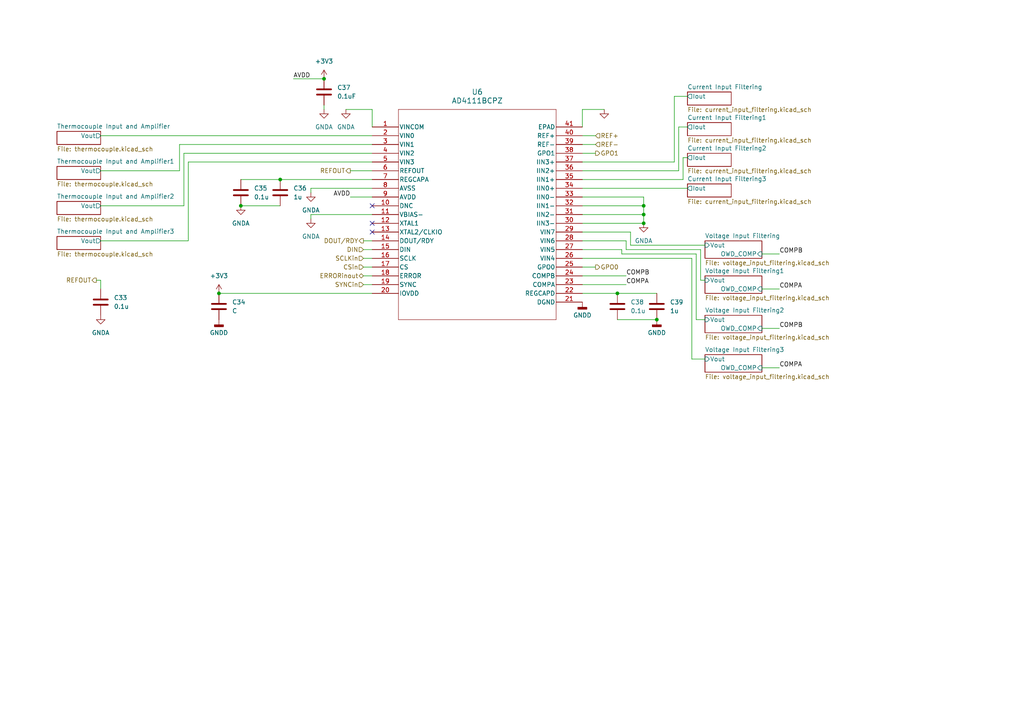
<source format=kicad_sch>
(kicad_sch (version 20231120) (generator "eeschema") (generator_version "8.0")
  (paper "A4")
  (lib_symbols
    (symbol "AD4111BCPZ:AD4111BCPZ" (pin_names (offset 0.254))
      (property "Reference" "U" (at 30.48 10.16 0))
      (property "Value" "AD4111BCPZ" (at 30.48 7.62 0))
      (symbol "AD4111BCPZ_0_1"
        (polyline (pts (xy 7.62 -55.88) (xy 53.34 -55.88)) (stroke (width 0.127)))
        (polyline (pts (xy 7.62 5.08) (xy 7.62 -55.88)) (stroke (width 0.127)))
        (polyline (pts (xy 53.34 -55.88) (xy 53.34 5.08)) (stroke (width 0.127)))
        (polyline (pts (xy 53.34 5.08) (xy 7.62 5.08)) (stroke (width 0.127)))
        (pin unspecified line (at 0 0 0) (length 7.62) (name "VINCOM") (number "1"))
        (pin unspecified line (at 0 -22.86 0) (length 7.62) (name "DNC") (number "10"))
        (pin unspecified line (at 0 -25.4 0) (length 7.62) (name "VBIAS-") (number "11"))
        (pin unspecified line (at 0 -27.94 0) (length 7.62) (name "XTAL1") (number "12"))
        (pin unspecified line (at 0 -30.48 0) (length 7.62) (name "XTAL2/CLKIO") (number "13"))
        (pin unspecified line (at 0 -33.02 0) (length 7.62) (name "DOUT/RDY") (number "14"))
        (pin unspecified line (at 0 -35.56 0) (length 7.62) (name "DIN") (number "15"))
        (pin unspecified line (at 0 -38.1 0) (length 7.62) (name "SCLK") (number "16"))
        (pin unspecified line (at 0 -40.64 0) (length 7.62) (name "CS") (number "17"))
        (pin unspecified line (at 0 -43.18 0) (length 7.62) (name "ERROR") (number "18"))
        (pin unspecified line (at 0 -45.72 0) (length 7.62) (name "SYNC") (number "19"))
        (pin unspecified line (at 0 -2.54 0) (length 7.62) (name "VIN0") (number "2"))
        (pin unspecified line (at 0 -48.26 0) (length 7.62) (name "IOVDD") (number "20"))
        (pin unspecified line (at 60.96 -50.8 180) (length 7.62) (name "DGND") (number "21"))
        (pin unspecified line (at 60.96 -48.26 180) (length 7.62) (name "REGCAPD") (number "22"))
        (pin unspecified line (at 60.96 -45.72 180) (length 7.62) (name "COMPA") (number "23"))
        (pin unspecified line (at 60.96 -43.18 180) (length 7.62) (name "COMPB") (number "24"))
        (pin unspecified line (at 60.96 -38.1 180) (length 7.62) (name "VIN4") (number "26"))
        (pin unspecified line (at 60.96 -35.56 180) (length 7.62) (name "VIN5") (number "27"))
        (pin unspecified line (at 60.96 -33.02 180) (length 7.62) (name "VIN6") (number "28"))
        (pin unspecified line (at 60.96 -30.48 180) (length 7.62) (name "VIN7") (number "29"))
        (pin unspecified line (at 0 -5.08 0) (length 7.62) (name "VIN1") (number "3"))
        (pin unspecified line (at 60.96 -27.94 180) (length 7.62) (name "IIN3-") (number "30"))
        (pin unspecified line (at 60.96 -25.4 180) (length 7.62) (name "IIN2-") (number "31"))
        (pin unspecified line (at 60.96 -22.86 180) (length 7.62) (name "IIN1-") (number "32"))
        (pin unspecified line (at 60.96 -20.32 180) (length 7.62) (name "IIN0-") (number "33"))
        (pin unspecified line (at 60.96 -17.78 180) (length 7.62) (name "IIN0+") (number "34"))
        (pin unspecified line (at 60.96 -15.24 180) (length 7.62) (name "IIN1+") (number "35"))
        (pin unspecified line (at 60.96 -12.7 180) (length 7.62) (name "IIN2+") (number "36"))
        (pin unspecified line (at 60.96 -10.16 180) (length 7.62) (name "IIN3+") (number "37"))
        (pin unspecified line (at 60.96 -7.62 180) (length 7.62) (name "GPO1") (number "38"))
        (pin unspecified line (at 60.96 -5.08 180) (length 7.62) (name "REF-") (number "39"))
        (pin unspecified line (at 60.96 -2.54 180) (length 7.62) (name "REF+") (number "40"))
        (pin unspecified line (at 60.96 0 180) (length 7.62) (name "EPAD") (number "41"))
        (pin unspecified line (at 0 -10.16 0) (length 7.62) (name "VIN3") (number "5"))
        (pin unspecified line (at 0 -12.7 0) (length 7.62) (name "REFOUT") (number "6"))
        (pin unspecified line (at 0 -15.24 0) (length 7.62) (name "REGCAPA") (number "7"))
        (pin unspecified line (at 0 -17.78 0) (length 7.62) (name "AVSS") (number "8"))
        (pin unspecified line (at 0 -20.32 0) (length 7.62) (name "AVDD") (number "9"))
      )
      (symbol "AD4111BCPZ_1_1"
        (pin unspecified line (at 60.96 -40.64 180) (length 7.62) (name "GPO0") (number "25"))
        (pin unspecified line (at 0 -7.62 0) (length 7.62) (name "VIN2") (number "4"))
      )
    )
    (symbol "Device:C" (pin_numbers hide) (pin_names (offset 0.254))
      (property "Reference" "C" (at 0.635 2.54 0))
      (property "Value" "C" (at 0.635 -2.54 0))
      (symbol "C_0_1"
        (polyline (pts (xy -2.032 -0.762) (xy 2.032 -0.762)) (stroke (width 0.508)))
        (polyline (pts (xy -2.032 0.762) (xy 2.032 0.762)) (stroke (width 0.508)))
      )
      (symbol "C_1_1"
        (pin passive line (at 0 3.81 270) (length 2.794) (name "~") (number "1"))
        (pin passive line (at 0 -3.81 90) (length 2.794) (name "~") (number "2"))
      )
    )
    (symbol "power:+3V3" (power) (pin_names (offset 0))
      (property "Value" "+3V3" (at 0 3.556 0))
      (symbol "+3V3_0_1"
        (polyline (pts (xy -0.762 1.27) (xy 0 2.54)))
        (polyline (pts (xy 0 0) (xy 0 2.54)))
        (polyline (pts (xy 0 2.54) (xy 0.762 1.27)))
      )
      (symbol "+3V3_1_1"
        (pin power_in line (at 0 0 90) (length 0) hide (name "+3V3") (number "1"))
      )
    )
    (symbol "power:GNDA" (power) (pin_names (offset 0))
      (property "Value" "GNDA" (at 0 -3.81 0))
      (symbol "GNDA_0_1"
        (polyline (pts (xy 0 0) (xy 0 -1.27) (xy 1.27 -1.27) (xy 0 -2.54) (xy -1.27 -1.27) (xy 0 -1.27)))
      )
      (symbol "GNDA_1_1"
        (pin power_in line (at 0 0 270) (length 0) hide (name "GNDA") (number "1"))
      )
    )
    (symbol "power:GNDD" (power) (pin_names (offset 0))
      (property "Value" "GNDD" (at 0 -3.175 0))
      (symbol "GNDD_0_1"
        (rectangle (start -1.27 -1.524) (end 1.27 -2.032) (stroke (width 0.254)) (fill (type outline)))
        (polyline (pts (xy 0 0) (xy 0 -1.524)))
      )
      (symbol "GNDD_1_1"
        (pin power_in line (at 0 0 270) (length 0) hide (name "GNDD") (number "1"))
      )
    )
  )
  (junction (at 93.98 22.86))
  (junction (at 186.69 59.69))
  (junction (at 179.07 85.09))
  (junction (at 69.85 59.69))
  (junction (at 63.5 85.09))
  (junction (at 190.5 92.71))
  (junction (at 186.69 62.23))
  (junction (at 186.69 64.77))
  (junction (at 81.28 52.07))
  (no_connect (at 107.95 59.69))
  (no_connect (at 107.95 67.31))
  (no_connect (at 107.95 64.77))
  (wire (pts (xy 220.98 83.82) (xy 226.06 83.82)))
  (wire (pts (xy 201.93 73.66) (xy 180.34 73.66)))
  (wire (pts (xy 90.17 62.23) (xy 90.17 63.5)))
  (wire (pts (xy 90.17 54.61) (xy 107.95 54.61)))
  (wire (pts (xy 190.5 92.71) (xy 179.07 92.71)))
  (wire (pts (xy 168.91 59.69) (xy 186.69 59.69)))
  (wire (pts (xy 105.41 77.47) (xy 107.95 77.47)))
  (wire (pts (xy 69.85 59.69) (xy 81.28 59.69)))
  (wire (pts (xy 85.09 22.86) (xy 93.98 22.86)))
  (wire (pts (xy 220.98 73.66) (xy 226.06 73.66)))
  (wire (pts (xy 196.85 36.83) (xy 199.39 36.83)))
  (wire (pts (xy 90.17 62.23) (xy 107.95 62.23)))
  (wire (pts (xy 93.98 31.75) (xy 93.98 30.48)))
  (wire (pts (xy 63.5 85.09) (xy 107.95 85.09)))
  (wire (pts (xy 81.28 52.07) (xy 107.95 52.07)))
  (wire (pts (xy 54.61 69.85) (xy 29.21 69.85)))
  (wire (pts (xy 181.61 72.39) (xy 181.61 69.85)))
  (wire (pts (xy 204.47 71.12) (xy 182.88 71.12)))
  (wire (pts (xy 29.21 81.28) (xy 29.21 83.82)))
  (wire (pts (xy 54.61 46.99) (xy 54.61 69.85)))
  (wire (pts (xy 107.95 31.75) (xy 100.33 31.75)))
  (wire (pts (xy 203.2 81.28) (xy 203.2 72.39)))
  (wire (pts (xy 105.41 74.93) (xy 107.95 74.93)))
  (wire (pts (xy 107.95 46.99) (xy 54.61 46.99)))
  (wire (pts (xy 186.69 62.23) (xy 186.69 64.77)))
  (wire (pts (xy 168.91 31.75) (xy 168.91 36.83)))
  (wire (pts (xy 101.6 57.15) (xy 107.95 57.15)))
  (wire (pts (xy 168.91 85.09) (xy 179.07 85.09)))
  (wire (pts (xy 220.98 95.25) (xy 226.06 95.25)))
  (wire (pts (xy 200.66 74.93) (xy 168.91 74.93)))
  (wire (pts (xy 168.91 57.15) (xy 186.69 57.15)))
  (wire (pts (xy 168.91 49.53) (xy 196.85 49.53)))
  (wire (pts (xy 168.91 46.99) (xy 195.58 46.99)))
  (wire (pts (xy 53.34 59.69) (xy 29.21 59.69)))
  (wire (pts (xy 181.61 69.85) (xy 168.91 69.85)))
  (wire (pts (xy 181.61 80.01) (xy 168.91 80.01)))
  (wire (pts (xy 168.91 77.47) (xy 172.72 77.47)))
  (wire (pts (xy 168.91 44.45) (xy 172.72 44.45)))
  (wire (pts (xy 168.91 39.37) (xy 172.72 39.37)))
  (wire (pts (xy 201.93 92.71) (xy 201.93 73.66)))
  (wire (pts (xy 105.41 80.01) (xy 107.95 80.01)))
  (wire (pts (xy 186.69 59.69) (xy 186.69 62.23)))
  (wire (pts (xy 204.47 92.71) (xy 201.93 92.71)))
  (wire (pts (xy 107.95 41.91) (xy 52.07 41.91)))
  (wire (pts (xy 105.41 72.39) (xy 107.95 72.39)))
  (wire (pts (xy 105.41 82.55) (xy 107.95 82.55)))
  (wire (pts (xy 203.2 72.39) (xy 181.61 72.39)))
  (wire (pts (xy 168.91 31.75) (xy 175.26 31.75)))
  (wire (pts (xy 168.91 41.91) (xy 172.72 41.91)))
  (wire (pts (xy 101.6 49.53) (xy 107.95 49.53)))
  (wire (pts (xy 198.12 52.07) (xy 198.12 45.72)))
  (wire (pts (xy 53.34 44.45) (xy 53.34 59.69)))
  (wire (pts (xy 168.91 52.07) (xy 198.12 52.07)))
  (wire (pts (xy 90.17 54.61) (xy 90.17 55.88)))
  (wire (pts (xy 168.91 64.77) (xy 186.69 64.77)))
  (wire (pts (xy 198.12 45.72) (xy 199.39 45.72)))
  (wire (pts (xy 186.69 57.15) (xy 186.69 59.69)))
  (wire (pts (xy 182.88 71.12) (xy 182.88 67.31)))
  (wire (pts (xy 179.07 85.09) (xy 190.5 85.09)))
  (wire (pts (xy 27.94 81.28) (xy 29.21 81.28)))
  (wire (pts (xy 52.07 49.53) (xy 29.21 49.53)))
  (wire (pts (xy 168.91 62.23) (xy 186.69 62.23)))
  (wire (pts (xy 204.47 104.14) (xy 200.66 104.14)))
  (wire (pts (xy 105.41 69.85) (xy 107.95 69.85)))
  (wire (pts (xy 69.85 52.07) (xy 81.28 52.07)))
  (wire (pts (xy 107.95 36.83) (xy 107.95 31.75)))
  (wire (pts (xy 200.66 104.14) (xy 200.66 74.93)))
  (wire (pts (xy 52.07 41.91) (xy 52.07 49.53)))
  (wire (pts (xy 196.85 49.53) (xy 196.85 36.83)))
  (wire (pts (xy 204.47 81.28) (xy 203.2 81.28)))
  (wire (pts (xy 168.91 54.61) (xy 199.39 54.61)))
  (wire (pts (xy 107.95 44.45) (xy 53.34 44.45)))
  (wire (pts (xy 181.61 82.55) (xy 168.91 82.55)))
  (wire (pts (xy 29.21 39.37) (xy 107.95 39.37)))
  (wire (pts (xy 220.98 106.68) (xy 226.06 106.68)))
  (wire (pts (xy 180.34 73.66) (xy 180.34 72.39)))
  (wire (pts (xy 180.34 72.39) (xy 168.91 72.39)))
  (wire (pts (xy 195.58 27.94) (xy 199.39 27.94)))
  (wire (pts (xy 195.58 46.99) (xy 195.58 27.94)))
  (wire (pts (xy 182.88 67.31) (xy 168.91 67.31)))
  (label "AVDD" (at 101.6 57.15 180))
  (label "COMPB" (at 181.61 80.01 0))
  (label "AVDD" (at 85.09 22.86 0))
  (label "COMPA" (at 181.61 82.55 0))
  (label "COMPB" (at 226.06 73.66 0))
  (label "COMPA" (at 226.06 106.68 0))
  (label "COMPA" (at 226.06 83.82 0))
  (label "COMPB" (at 226.06 95.25 0))
  (hierarchical_label "CSin" (shape input) (at 105.41 77.47 180))
  (hierarchical_label "DOUT{slash}RDY" (shape output) (at 105.41 69.85 180))
  (hierarchical_label "DIN" (shape input) (at 105.41 72.39 180))
  (hierarchical_label "REFOUT" (shape output) (at 27.94 81.28 180))
  (hierarchical_label "REF+" (shape input) (at 172.72 39.37 0))
  (hierarchical_label "SCLKin" (shape input) (at 105.41 74.93 180))
  (hierarchical_label "REF-" (shape input) (at 172.72 41.91 0))
  (hierarchical_label "GPO0" (shape output) (at 172.72 77.47 0))
  (hierarchical_label "GPO1" (shape output) (at 172.72 44.45 0))
  (hierarchical_label "REFOUT" (shape output) (at 101.6 49.53 180))
  (hierarchical_label "SYNCin" (shape input) (at 105.41 82.55 180))
  (hierarchical_label "ERRORinout" (shape bidirectional) (at 105.41 80.01 180))
  (symbol (lib_id "power:GNDA") (at 90.17 63.5 0) (unit 1)
    (property "Reference" "#PWR034" (effects (hide yes)))
    (property "Value" "GNDA" (at 90.17 68.58 0))
    (instances (project "launchpad-controller-v2" (path "" (reference "#PWR034") (unit 1)) (path "" (reference "#PWR047") (unit 1))))
  )
  (symbol (lib_id "power:+3V3") (at 63.5 85.09 0) (unit 1)
    (property "Reference" "#PWR030" (effects (hide yes)))
    (property "Value" "+3V3" (at 63.5 80.01 0))
    (instances (project "launchpad-controller-v2" (path "" (reference "#PWR030") (unit 1)) (path "" (reference "#PWR043") (unit 1))))
  )
  (symbol (lib_id "power:GNDA") (at 93.98 31.75 0) (unit 1)
    (property "Reference" "#PWR036" (effects (hide yes)))
    (property "Value" "GNDA" (at 93.98 36.83 0))
    (instances (project "launchpad-controller-v2" (path "" (reference "#PWR036") (unit 1)) (path "" (reference "#PWR049") (unit 1))))
  )
  (symbol (lib_id "AD4111BCPZ:AD4111BCPZ") (at 107.95 36.83 0) (unit 1)
    (property "Reference" "U6" (at 138.43 26.67 0) (effects (font (size 1.524 1.524))))
    (property "Value" "AD4111BCPZ" (at 138.43 29.21 0) (effects (font (size 1.524 1.524))))
    (property "Footprint" "AD4111BCPZ_ADI" (effects (hide yes)))
    (property "Datasheet" "AD4111BCPZ" (effects (hide yes)))
    (instances (project "launchpad-controller-v2" (path "" (reference "U6") (unit 1)) (path "" (reference "U7") (unit 1))))
  )
  (symbol (lib_id "Device:C") (at 93.98 26.67 0) (unit 1)
    (property "Reference" "C37" (at 97.79 25.4 0) (effects (justify left)))
    (property "Value" "0.1uF" (at 97.79 27.94 0) (effects (justify left)))
    (instances (project "launchpad-controller-v2" (path "" (reference "C37") (unit 1)) (path "" (reference "C44") (unit 1))))
  )
  (symbol (lib_id "Device:C") (at 29.21 87.63 0) (unit 1)
    (property "Reference" "C33" (at 33.02 86.36 0) (effects (justify left)))
    (property "Value" "0.1u" (at 33.02 88.9 0) (effects (justify left)))
    (instances (project "launchpad-controller-v2" (path "" (reference "C33") (unit 1)) (path "" (reference "C40") (unit 1))))
  )
  (symbol (lib_id "Device:C") (at 63.5 88.9 0) (unit 1)
    (property "Reference" "C34" (at 67.31 87.63 0) (effects (justify left)))
    (property "Value" "C" (at 67.31 90.17 0) (effects (justify left)))
    (instances (project "launchpad-controller-v2" (path "" (reference "C34") (unit 1)) (path "" (reference "C41") (unit 1))))
  )
  (symbol (lib_id "power:GNDA") (at 69.85 59.69 0) (unit 1)
    (property "Reference" "#PWR032" (effects (hide yes)))
    (property "Value" "GNDA" (at 69.85 64.77 0))
    (instances (project "launchpad-controller-v2" (path "" (reference "#PWR032") (unit 1)) (path "" (reference "#PWR045") (unit 1))))
  )
  (symbol (lib_id "power:GNDD") (at 63.5 92.71 0) (unit 1)
    (property "Reference" "#PWR031" (effects (hide yes)))
    (property "Value" "GNDD" (at 63.5 96.52 0))
    (instances (project "launchpad-controller-v2" (path "" (reference "#PWR031") (unit 1)) (path "" (reference "#PWR044") (unit 1))))
  )
  (symbol (lib_id "power:GNDA") (at 100.33 31.75 0) (unit 1)
    (property "Reference" "#PWR037" (effects (hide yes)))
    (property "Value" "GNDA" (at 100.33 36.83 0))
    (instances (project "launchpad-controller-v2" (path "" (reference "#PWR037") (unit 1)) (path "" (reference "#PWR050") (unit 1))))
  )
  (symbol (lib_id "power:+3V3") (at 93.98 22.86 0) (unit 1)
    (property "Reference" "#PWR035" (effects (hide yes)))
    (property "Value" "+3V3" (at 93.98 17.78 0))
    (instances (project "launchpad-controller-v2" (path "" (reference "#PWR035") (unit 1)) (path "" (reference "#PWR048") (unit 1))))
  )
  (symbol (lib_id "Device:C") (at 179.07 88.9 0) (unit 1)
    (property "Reference" "C38" (at 182.88 87.63 0) (effects (justify left)))
    (property "Value" "0.1u" (at 182.88 90.17 0) (effects (justify left)))
    (property "Sim.Device" "C" (effects (hide yes)))
    (property "Sim.Pins" "1=+ 2=-" (effects (hide yes)))
    (instances (project "launchpad-controller-v2" (path "" (reference "C38") (unit 1)) (path "" (reference "C45") (unit 1))))
  )
  (symbol (lib_id "power:GNDA") (at 90.17 55.88 0) (unit 1)
    (property "Reference" "#PWR033" (effects (hide yes)))
    (property "Value" "GNDA" (at 90.17 60.96 0))
    (instances (project "launchpad-controller-v2" (path "" (reference "#PWR033") (unit 1)) (path "" (reference "#PWR046") (unit 1))))
  )
  (symbol (lib_id "power:GNDD") (at 168.91 87.63 0) (unit 1)
    (property "Reference" "#PWR038" (effects (hide yes)))
    (property "Value" "GNDD" (at 168.91 91.44 0))
    (instances (project "launchpad-controller-v2" (path "" (reference "#PWR038") (unit 1)) (path "" (reference "#PWR051") (unit 1))))
  )
  (symbol (lib_id "power:GNDA") (at 29.21 91.44 0) (unit 1)
    (property "Reference" "#PWR029" (effects (hide yes)))
    (property "Value" "GNDA" (at 29.21 96.52 0))
    (instances (project "launchpad-controller-v2" (path "" (reference "#PWR029") (unit 1)) (path "" (reference "#PWR042") (unit 1))))
  )
  (symbol (lib_id "power:GNDA") (at 186.69 64.77 0) (unit 1)
    (property "Reference" "#PWR041" (effects (hide yes)))
    (property "Value" "GNDA" (at 186.69 69.85 0))
    (instances (project "launchpad-controller-v2" (path "" (reference "#PWR041") (unit 1)) (path "" (reference "#PWR053") (unit 1))))
  )
  (symbol (lib_id "Device:C") (at 81.28 55.88 0) (unit 1)
    (property "Reference" "C36" (at 85.09 54.61 0) (effects (justify left)))
    (property "Value" "1u" (at 85.09 57.15 0) (effects (justify left)))
    (instances (project "launchpad-controller-v2" (path "" (reference "C36") (unit 1)) (path "" (reference "C43") (unit 1))))
  )
  (symbol (lib_id "power:GNDD") (at 190.5 92.71 0) (unit 1)
    (property "Reference" "#PWR040" (effects (hide yes)))
    (property "Value" "GNDD" (at 190.5 96.52 0))
    (instances (project "launchpad-controller-v2" (path "" (reference "#PWR040") (unit 1)) (path "" (reference "#PWR054") (unit 1))))
  )
  (symbol (lib_id "Device:C") (at 69.85 55.88 0) (unit 1)
    (property "Reference" "C35" (at 73.66 54.61 0) (effects (justify left)))
    (property "Value" "0.1u" (at 73.66 57.15 0) (effects (justify left)))
    (instances (project "launchpad-controller-v2" (path "" (reference "C35") (unit 1)) (path "" (reference "C42") (unit 1))))
  )
  (symbol (lib_id "power:GNDA") (at 175.26 31.75 0) (unit 1)
    (property "Reference" "#PWR039" (effects (hide yes)))
    (property "Value" "GNDA" (effects (hide yes)))
    (instances (project "launchpad-controller-v2" (path "" (reference "#PWR039") (unit 1)) (path "" (reference "#PWR052") (unit 1))))
  )
  (symbol (lib_id "Device:C") (at 190.5 88.9 0) (unit 1)
    (property "Reference" "C39" (at 194.31 87.63 0) (effects (justify left)))
    (property "Value" "1u" (at 194.31 90.17 0) (effects (justify left)))
    (property "Sim.Device" "C" (effects (hide yes)))
    (property "Sim.Pins" "1=+ 2=-" (effects (hide yes)))
    (instances (project "launchpad-controller-v2" (path "" (reference "C39") (unit 1)) (path "" (reference "C46") (unit 1))))
  )
  (sheet (at 16.51 48.26) (size 12.7 3.81) (stroke (width 0.1524))
    (property "Sheetname" "Thermocouple Input and Amplifier1" (at 16.51 47.5484 0) (effects (justify left bottom)))
    (property "Sheetfile" "thermocouple.kicad_sch" (at 16.51 52.6546 0) (effects (justify left top)))
    (pin "Vout" output (at 29.21 49.53 0))
  )
  (sheet (at 199.39 44.45) (size 12.7 3.81) (stroke (width 0.1524))
    (property "Sheetname" "Current Input Filtering2" (at 199.39 43.7384 0) (effects (justify left bottom)))
    (property "Sheetfile" "current_input_filtering.kicad_sch" (at 199.39 48.8446 0) (effects (justify left top)))
    (pin "Iout" output (at 199.39 45.72 180))
  )
  (sheet (at 16.51 38.1) (size 12.7 3.81) (stroke (width 0.1524))
    (property "Sheetname" "Thermocouple Input and Amplifier" (at 16.51 37.3884 0) (effects (justify left bottom)))
    (property "Sheetfile" "thermocouple.kicad_sch" (at 16.51 42.4946 0) (effects (justify left top)))
    (pin "Vout" output (at 29.21 39.37 0))
  )
  (sheet (at 204.47 69.85) (size 16.51 5.08) (stroke (width 0.1524))
    (property "Sheetname" "Voltage Input Filtering" (at 204.47 69.1384 0) (effects (justify left bottom)))
    (property "Sheetfile" "voltage_input_filtering.kicad_sch" (at 204.47 75.5146 0) (effects (justify left top)))
    (pin "Vout" input (at 204.47 71.12 180))
    (pin "OWD_COMP" input (at 220.98 73.66 0))
  )
  (sheet (at 204.47 102.87) (size 16.51 5.08) (stroke (width 0.1524))
    (property "Sheetname" "Voltage Input Filtering3" (at 204.47 102.1584 0) (effects (justify left bottom)))
    (property "Sheetfile" "voltage_input_filtering.kicad_sch" (at 204.47 108.5346 0) (effects (justify left top)))
    (pin "Vout" input (at 204.47 104.14 180))
    (pin "OWD_COMP" input (at 220.98 106.68 0))
  )
  (sheet (at 16.51 58.42) (size 12.7 3.81) (stroke (width 0.1524))
    (property "Sheetname" "Thermocouple Input and Amplifier2" (at 16.51 57.7084 0) (effects (justify left bottom)))
    (property "Sheetfile" "thermocouple.kicad_sch" (at 16.51 62.8146 0) (effects (justify left top)))
    (pin "Vout" output (at 29.21 59.69 0))
  )
  (sheet (at 199.39 53.34) (size 12.7 3.81) (stroke (width 0.1524))
    (property "Sheetname" "Current Input Filtering3" (at 199.39 52.6284 0) (effects (justify left bottom)))
    (property "Sheetfile" "current_input_filtering.kicad_sch" (at 199.39 57.7346 0) (effects (justify left top)))
    (pin "Iout" output (at 199.39 54.61 180))
  )
  (sheet (at 199.39 35.56) (size 12.7 3.81) (stroke (width 0.1524))
    (property "Sheetname" "Current Input Filtering1" (at 199.39 34.8484 0) (effects (justify left bottom)))
    (property "Sheetfile" "current_input_filtering.kicad_sch" (at 199.39 39.9546 0) (effects (justify left top)))
    (pin "Iout" output (at 199.39 36.83 180))
  )
  (sheet (at 204.47 80.01) (size 16.51 5.08) (stroke (width 0.1524))
    (property "Sheetname" "Voltage Input Filtering1" (at 204.47 79.2984 0) (effects (justify left bottom)))
    (property "Sheetfile" "voltage_input_filtering.kicad_sch" (at 204.47 85.6746 0) (effects (justify left top)))
    (pin "Vout" input (at 204.47 81.28 180))
    (pin "OWD_COMP" input (at 220.98 83.82 0))
  )
  (sheet (at 204.47 91.44) (size 16.51 5.08) (stroke (width 0.1524))
    (property "Sheetname" "Voltage Input Filtering2" (at 204.47 90.7284 0) (effects (justify left bottom)))
    (property "Sheetfile" "voltage_input_filtering.kicad_sch" (at 204.47 97.1046 0) (effects (justify left top)))
    (pin "Vout" input (at 204.47 92.71 180))
    (pin "OWD_COMP" input (at 220.98 95.25 0))
  )
  (sheet (at 16.51 68.58) (size 12.7 3.81) (stroke (width 0.1524))
    (property "Sheetname" "Thermocouple Input and Amplifier3" (at 16.51 67.8684 0) (effects (justify left bottom)))
    (property "Sheetfile" "thermocouple.kicad_sch" (at 16.51 72.9746 0) (effects (justify left top)))
    (pin "Vout" output (at 29.21 69.85 0))
  )
  (sheet (at 199.39 26.67) (size 12.7 3.81) (stroke (width 0.1524))
    (property "Sheetname" "Current Input Filtering" (at 199.39 25.9584 0) (effects (justify left bottom)))
    (property "Sheetfile" "current_input_filtering.kicad_sch" (at 199.39 31.0646 0) (effects (justify left top)))
    (pin "Iout" output (at 199.39 27.94 180))
  )
)
</source>
